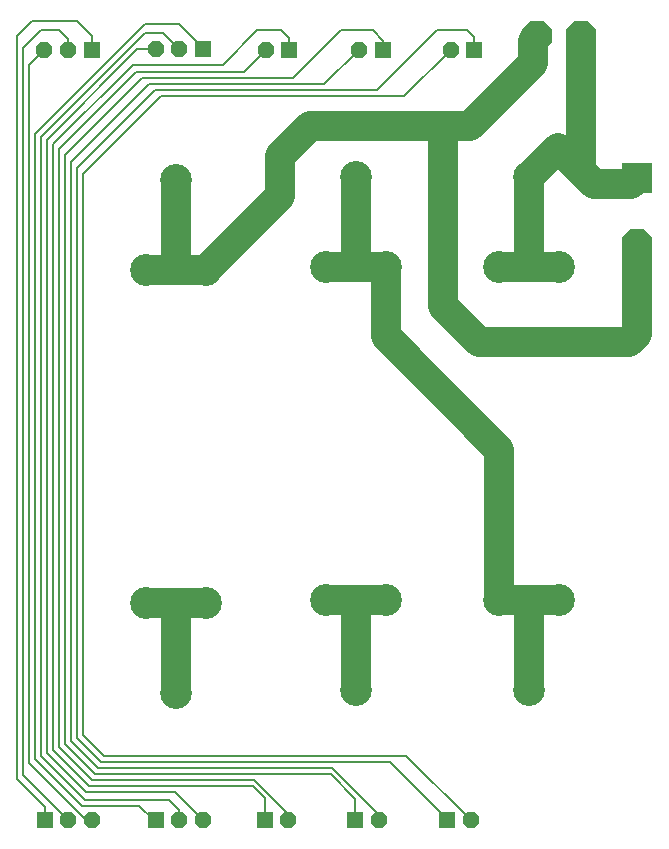
<source format=gbr>
G04 EAGLE Gerber RS-274X export*
G75*
%MOMM*%
%FSLAX34Y34*%
%LPD*%
%INTop Copper*%
%IPPOS*%
%AMOC8*
5,1,8,0,0,1.08239X$1,22.5*%
G01*
%ADD10P,2.749271X8X292.500000*%
%ADD11R,2.540000X2.540000*%
%ADD12C,2.700000*%
%ADD13R,1.320800X1.320800*%
%ADD14P,1.429621X8X112.500000*%
%ADD15P,1.429621X8X292.500000*%
%ADD16P,2.749271X8X22.500000*%
%ADD17C,2.540000*%
%ADD18C,0.203200*%


D10*
X240370Y154582D03*
D11*
X240370Y209700D03*
D12*
X149250Y210720D03*
X174650Y134520D03*
X123850Y134520D03*
X174650Y-147290D03*
X123850Y-147290D03*
X149250Y-223490D03*
X2250Y210720D03*
X-23150Y134520D03*
X27650Y134520D03*
X-23150Y-147290D03*
X27650Y-147290D03*
X2250Y-223490D03*
X-149830Y-225652D03*
X-175230Y-149452D03*
X-124430Y-149452D03*
X-175230Y132358D03*
X-124430Y132358D03*
X-149830Y208558D03*
D13*
X79492Y-333756D03*
D14*
X99492Y-333756D03*
D13*
X102740Y318700D03*
D15*
X82740Y318700D03*
D13*
X-75020Y-333756D03*
D14*
X-55020Y-333756D03*
D13*
X-53940Y318584D03*
D15*
X-73940Y318584D03*
D13*
X1820Y-333756D03*
D14*
X21820Y-333756D03*
D13*
X24900Y318744D03*
D15*
X4900Y318744D03*
D13*
X-221484Y318528D03*
D15*
X-241484Y318528D03*
X-261484Y318528D03*
D13*
X-261108Y-333756D03*
D14*
X-241108Y-333756D03*
X-221108Y-333756D03*
D13*
X-127188Y318904D03*
D15*
X-147188Y318904D03*
X-167188Y318904D03*
D13*
X-167188Y-333756D03*
D14*
X-147188Y-333756D03*
X-127188Y-333756D03*
D16*
X192700Y330000D03*
X155890Y330270D03*
D17*
X149250Y-147290D02*
X149250Y-223490D01*
X149250Y-147290D02*
X123850Y-147290D01*
X149250Y-147290D02*
X174650Y-147290D01*
X2250Y134520D02*
X-23150Y134520D01*
X2250Y134520D02*
X27650Y134520D01*
X2250Y134520D02*
X2250Y210720D01*
X27650Y134520D02*
X27650Y75910D01*
X123850Y-20290D01*
X123850Y-147290D01*
X-149830Y-149452D02*
X-149830Y-225652D01*
X-149830Y-149452D02*
X-175230Y-149452D01*
X-149830Y-149452D02*
X-124430Y-149452D01*
X2250Y-147290D02*
X2250Y-223490D01*
X2250Y-147290D02*
X-23150Y-147290D01*
X2250Y-147290D02*
X27650Y-147290D01*
X-149830Y132358D02*
X-175230Y132358D01*
X-149830Y132358D02*
X-124430Y132358D01*
X-149830Y132358D02*
X-149830Y208558D01*
X-124430Y132358D02*
X-62230Y194558D01*
X-62230Y228600D01*
X-36830Y254000D01*
X76200Y254000D01*
X98670Y254000D01*
X152080Y307410D01*
X152080Y326460D01*
X155890Y330270D01*
X240370Y154582D02*
X240370Y77810D01*
X233680Y71120D01*
X106680Y71120D01*
X76200Y101600D02*
X76200Y254000D01*
X76200Y101600D02*
X106680Y71120D01*
X123850Y134520D02*
X149250Y134520D01*
X174650Y134520D01*
X149250Y134520D02*
X149250Y210720D01*
X192700Y216070D02*
X192700Y330000D01*
X173650Y235120D02*
X149250Y210720D01*
X235290Y204620D02*
X240370Y209700D01*
X235290Y204620D02*
X204150Y204620D01*
X192700Y216070D01*
X173650Y235120D01*
D18*
X45136Y-279400D02*
X99492Y-333756D01*
X45136Y-279400D02*
X-210820Y-279400D01*
X-228600Y-261620D01*
X-228600Y213360D01*
X-162560Y279400D01*
X43440Y279400D02*
X82740Y318700D01*
X43440Y279400D02*
X-162560Y279400D01*
X79492Y-332486D02*
X79492Y-333756D01*
X79492Y-332486D02*
X31486Y-284480D01*
X-213360Y-284480D02*
X-233680Y-264160D01*
X-213360Y-284480D02*
X31486Y-284480D01*
X-233680Y-264160D02*
X-233680Y218440D01*
X-167640Y284480D01*
X102740Y318700D02*
X102740Y329060D01*
X20320Y284480D02*
X-167640Y284480D01*
X20320Y284480D02*
X71120Y335280D01*
X96520Y335280D01*
X102740Y329060D01*
X-55020Y-328676D02*
X-55020Y-333756D01*
X-55020Y-328676D02*
X-83976Y-299720D01*
X-220980Y-299720D01*
X-248920Y-271780D01*
X-92804Y299720D02*
X-73940Y318584D01*
X-248920Y234950D02*
X-248920Y-271780D01*
X-248920Y234950D02*
X-184150Y299720D01*
X-92804Y299720D01*
X-75020Y-314706D02*
X-75020Y-333756D01*
X-75020Y-314706D02*
X-84926Y-304800D01*
X-223520Y-304800D01*
X-254000Y-274320D01*
X-53940Y318584D02*
X-53940Y328260D01*
X-254000Y238760D02*
X-254000Y-274320D01*
X-254000Y238760D02*
X-186690Y306070D01*
X-110490Y306070D01*
X-81280Y335280D01*
X-60960Y335280D01*
X-53940Y328260D01*
X21820Y-329160D02*
X21820Y-333756D01*
X-215900Y-289560D02*
X-238760Y-266700D01*
X-17780Y-289560D02*
X21820Y-329160D01*
X-17780Y-289560D02*
X-215900Y-289560D01*
X-238760Y-266700D02*
X-238760Y223520D01*
X-172720Y289560D01*
X-24284Y289560D02*
X4900Y318744D01*
X-24284Y289560D02*
X-172720Y289560D01*
X1820Y-315510D02*
X1820Y-333756D01*
X1820Y-315510D02*
X-19050Y-294640D01*
X-218440Y-294640D01*
X-243840Y-269240D01*
X-243840Y229870D01*
X-179070Y294640D01*
X-50800Y294640D01*
X-10160Y335280D01*
X16510Y335280D02*
X25400Y326390D01*
X25400Y319244D01*
X24900Y318744D01*
X16510Y335280D02*
X-10160Y335280D01*
X-261108Y-322326D02*
X-261108Y-333756D01*
X-261108Y-322326D02*
X-284480Y-298954D01*
X-221484Y318528D02*
X-221484Y330704D01*
X-284480Y330200D02*
X-284480Y-298954D01*
X-284480Y330200D02*
X-271780Y342900D01*
X-233680Y342900D01*
X-221484Y330704D01*
X-279400Y-295464D02*
X-241108Y-333756D01*
X-279400Y320040D02*
X-264160Y335280D01*
X-248920Y335280D01*
X-241484Y327844D02*
X-241484Y318528D01*
X-279400Y320040D02*
X-279400Y-295464D01*
X-241484Y327844D02*
X-248920Y335280D01*
X-226188Y-333756D02*
X-221108Y-333756D01*
X-226188Y-333756D02*
X-274320Y-285624D01*
X-274320Y305692D02*
X-261484Y318528D01*
X-274320Y305692D02*
X-274320Y-285624D01*
X-168458Y-333756D02*
X-167188Y-333756D01*
X-168458Y-333756D02*
X-180904Y-321310D01*
X-229870Y-321310D01*
X-269240Y-281940D01*
X-176530Y340360D02*
X-147320Y340360D01*
X-176530Y340360D02*
X-269240Y247650D01*
X-147320Y340360D02*
X-127188Y320228D01*
X-127188Y318904D01*
X-269240Y247650D02*
X-269240Y-281940D01*
X-147320Y-333624D02*
X-147188Y-333756D01*
X-147320Y-333624D02*
X-147320Y-325120D01*
X-156210Y-316230D01*
X-227330Y-316230D02*
X-264160Y-279400D01*
X-227330Y-316230D02*
X-156210Y-316230D01*
X-147188Y318904D02*
X-161024Y332740D01*
X-264160Y245110D02*
X-264160Y-279400D01*
X-264160Y245110D02*
X-176530Y332740D01*
X-161024Y332740D01*
X-151064Y-309880D02*
X-127188Y-333756D01*
X-226060Y-309880D02*
X-259080Y-276860D01*
X-226060Y-309880D02*
X-151064Y-309880D01*
X-167188Y318904D02*
X-182746Y318904D01*
X-259080Y242570D02*
X-259080Y-276860D01*
X-259080Y242570D02*
X-182746Y318904D01*
M02*

</source>
